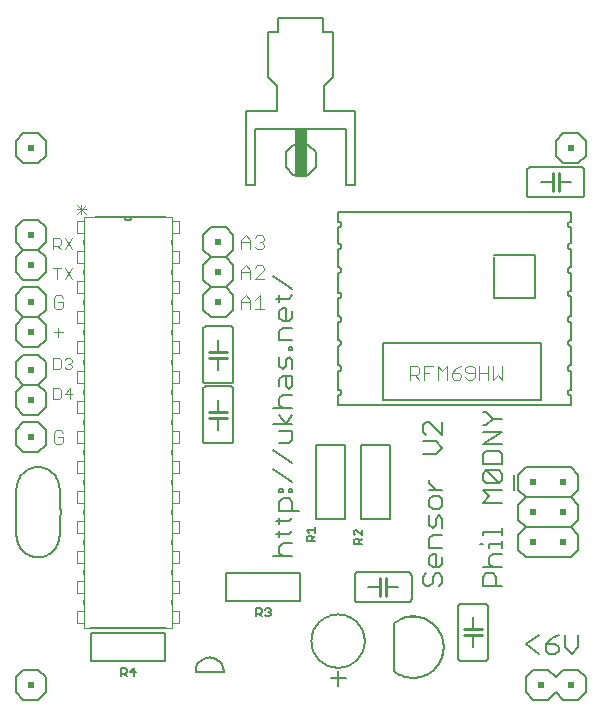
<source format=gto>
G75*
%MOIN*%
%OFA0B0*%
%FSLAX24Y24*%
%IPPOS*%
%LPD*%
%AMOC8*
5,1,8,0,0,1.08239X$1,22.5*
%
%ADD10C,0.0060*%
%ADD11C,0.0030*%
%ADD12C,0.0040*%
%ADD13C,0.0050*%
%ADD14C,0.0080*%
%ADD15R,0.0200X0.0200*%
%ADD16C,0.0000*%
%ADD17C,0.0100*%
%ADD18R,0.0394X0.1604*%
D10*
X003420Y003830D02*
X005940Y003830D01*
X006160Y004610D02*
X006160Y004750D01*
X006160Y005610D02*
X006160Y005750D01*
X006160Y006610D02*
X006160Y006750D01*
X006160Y007610D02*
X006160Y007750D01*
X006160Y008610D02*
X006160Y008750D01*
X006160Y009610D02*
X006160Y009750D01*
X006160Y010610D02*
X006160Y010750D01*
X006160Y011610D02*
X006160Y011750D01*
X006160Y012610D02*
X006160Y012750D01*
X006160Y013610D02*
X006160Y013750D01*
X006160Y014610D02*
X006160Y014750D01*
X006160Y015610D02*
X006160Y015750D01*
X006160Y016610D02*
X006160Y016750D01*
X005940Y017530D02*
X004800Y017530D01*
X004560Y017530D01*
X003590Y017530D01*
X003200Y016750D02*
X003200Y016610D01*
X003200Y015750D02*
X003200Y015610D01*
X003200Y014750D02*
X003200Y014610D01*
X003200Y013750D02*
X003200Y013610D01*
X003200Y012750D02*
X003200Y012610D01*
X003200Y011750D02*
X003200Y011610D01*
X003200Y010750D02*
X003200Y010610D01*
X003200Y009750D02*
X003200Y009610D01*
X003200Y008750D02*
X003200Y008610D01*
X003200Y007750D02*
X003200Y007610D01*
X003200Y006750D02*
X003200Y006610D01*
X003200Y005750D02*
X003200Y005610D01*
X003200Y004750D02*
X003200Y004610D01*
X007280Y009980D02*
X008080Y009980D01*
X008097Y009982D01*
X008114Y009986D01*
X008130Y009993D01*
X008144Y010003D01*
X008157Y010016D01*
X008167Y010030D01*
X008174Y010046D01*
X008178Y010063D01*
X008180Y010080D01*
X008180Y011780D01*
X008178Y011797D01*
X008174Y011814D01*
X008167Y011830D01*
X008157Y011844D01*
X008144Y011857D01*
X008130Y011867D01*
X008114Y011874D01*
X008097Y011878D01*
X008080Y011880D01*
X007280Y011880D01*
X007263Y011878D01*
X007246Y011874D01*
X007230Y011867D01*
X007216Y011857D01*
X007203Y011844D01*
X007193Y011830D01*
X007186Y011814D01*
X007182Y011797D01*
X007180Y011780D01*
X007180Y010080D01*
X007182Y010063D01*
X007186Y010046D01*
X007193Y010030D01*
X007203Y010016D01*
X007216Y010003D01*
X007230Y009993D01*
X007246Y009986D01*
X007263Y009982D01*
X007280Y009980D01*
X007680Y010430D02*
X007680Y010780D01*
X007680Y010830D01*
X007680Y011030D02*
X007680Y011080D01*
X007680Y011430D01*
X007280Y011980D02*
X008080Y011980D01*
X008097Y011982D01*
X008114Y011986D01*
X008130Y011993D01*
X008144Y012003D01*
X008157Y012016D01*
X008167Y012030D01*
X008174Y012046D01*
X008178Y012063D01*
X008180Y012080D01*
X008180Y013780D01*
X008178Y013797D01*
X008174Y013814D01*
X008167Y013830D01*
X008157Y013844D01*
X008144Y013857D01*
X008130Y013867D01*
X008114Y013874D01*
X008097Y013878D01*
X008080Y013880D01*
X007280Y013880D01*
X007263Y013878D01*
X007246Y013874D01*
X007230Y013867D01*
X007216Y013857D01*
X007203Y013844D01*
X007193Y013830D01*
X007186Y013814D01*
X007182Y013797D01*
X007180Y013780D01*
X007180Y012080D01*
X007182Y012063D01*
X007186Y012046D01*
X007193Y012030D01*
X007203Y012016D01*
X007216Y012003D01*
X007230Y011993D01*
X007246Y011986D01*
X007263Y011982D01*
X007280Y011980D01*
X007680Y012430D02*
X007680Y012780D01*
X007680Y012830D01*
X007680Y013030D02*
X007680Y013080D01*
X007680Y013430D01*
X009509Y015553D02*
X010150Y015126D01*
X010150Y014910D02*
X010043Y014803D01*
X009616Y014803D01*
X009723Y014697D02*
X009723Y014910D01*
X009830Y014479D02*
X009723Y014372D01*
X009723Y014159D01*
X009830Y014052D01*
X010043Y014052D01*
X010150Y014159D01*
X010150Y014372D01*
X009936Y014479D02*
X009936Y014052D01*
X009830Y013835D02*
X009723Y013728D01*
X009723Y013407D01*
X010150Y013407D01*
X010150Y013192D02*
X010150Y013085D01*
X010043Y013085D01*
X010043Y013192D01*
X010150Y013192D01*
X010043Y012868D02*
X009936Y012761D01*
X009936Y012547D01*
X009830Y012441D01*
X009723Y012547D01*
X009723Y012868D01*
X010043Y012868D02*
X010150Y012761D01*
X010150Y012441D01*
X010150Y012223D02*
X009830Y012223D01*
X009723Y012116D01*
X009723Y011903D01*
X009936Y011903D02*
X009936Y012223D01*
X010150Y012223D02*
X010150Y011903D01*
X010043Y011796D01*
X009936Y011903D01*
X009830Y011579D02*
X009723Y011472D01*
X009723Y011258D01*
X009830Y011152D01*
X009723Y010935D02*
X009936Y010614D01*
X010150Y010935D01*
X010150Y011152D02*
X009509Y011152D01*
X009830Y011579D02*
X010150Y011579D01*
X010150Y010614D02*
X009509Y010614D01*
X009723Y010397D02*
X010150Y010397D01*
X010150Y010077D01*
X010043Y009970D01*
X009723Y009970D01*
X009509Y009752D02*
X010150Y009325D01*
X010150Y008681D02*
X009509Y009108D01*
X009723Y008465D02*
X009830Y008465D01*
X009830Y008358D01*
X009723Y008358D01*
X009723Y008465D01*
X009830Y008141D02*
X009723Y008034D01*
X009723Y007714D01*
X010364Y007714D01*
X010150Y007714D02*
X010150Y008034D01*
X010043Y008141D01*
X009830Y008141D01*
X010043Y008358D02*
X010150Y008358D01*
X010150Y008465D01*
X010043Y008465D01*
X010043Y008358D01*
X010150Y007498D02*
X010043Y007391D01*
X009616Y007391D01*
X009723Y007284D02*
X009723Y007498D01*
X009723Y007068D02*
X009723Y006855D01*
X009616Y006961D02*
X010043Y006961D01*
X010150Y007068D01*
X010150Y006637D02*
X009830Y006637D01*
X009723Y006530D01*
X009723Y006317D01*
X009830Y006210D01*
X010150Y006210D02*
X009509Y006210D01*
X011680Y004270D02*
X011622Y004268D01*
X011564Y004262D01*
X011507Y004253D01*
X011451Y004240D01*
X011396Y004223D01*
X011341Y004203D01*
X011289Y004179D01*
X011238Y004151D01*
X011188Y004121D01*
X011141Y004087D01*
X011096Y004050D01*
X011054Y004011D01*
X011015Y003969D01*
X010978Y003924D01*
X010944Y003877D01*
X010914Y003828D01*
X010886Y003776D01*
X010862Y003724D01*
X010842Y003669D01*
X010825Y003614D01*
X010812Y003558D01*
X010803Y003501D01*
X010797Y003443D01*
X010795Y003385D01*
X010797Y003327D01*
X010803Y003269D01*
X010812Y003212D01*
X010825Y003156D01*
X010842Y003101D01*
X010862Y003046D01*
X010886Y002994D01*
X010914Y002943D01*
X010944Y002893D01*
X010978Y002846D01*
X011015Y002801D01*
X011054Y002759D01*
X011096Y002720D01*
X011141Y002683D01*
X011188Y002649D01*
X011237Y002619D01*
X011289Y002591D01*
X011341Y002567D01*
X011396Y002547D01*
X011451Y002530D01*
X011507Y002517D01*
X011564Y002508D01*
X011622Y002502D01*
X011680Y002500D01*
X011680Y002400D02*
X011680Y001900D01*
X011680Y002400D01*
X011430Y002150D02*
X011930Y002150D01*
X011430Y002150D01*
X011680Y002500D02*
X011738Y002502D01*
X011796Y002508D01*
X011853Y002517D01*
X011909Y002530D01*
X011964Y002547D01*
X012019Y002567D01*
X012071Y002591D01*
X012123Y002619D01*
X012172Y002649D01*
X012219Y002683D01*
X012264Y002720D01*
X012306Y002759D01*
X012345Y002801D01*
X012382Y002846D01*
X012416Y002893D01*
X012446Y002943D01*
X012474Y002994D01*
X012498Y003046D01*
X012518Y003101D01*
X012535Y003156D01*
X012548Y003212D01*
X012557Y003269D01*
X012563Y003327D01*
X012565Y003385D01*
X012563Y003443D01*
X012557Y003501D01*
X012548Y003558D01*
X012535Y003614D01*
X012518Y003669D01*
X012498Y003724D01*
X012474Y003776D01*
X012446Y003828D01*
X012416Y003877D01*
X012382Y003924D01*
X012345Y003969D01*
X012306Y004011D01*
X012264Y004050D01*
X012219Y004087D01*
X012172Y004121D01*
X012122Y004151D01*
X012071Y004179D01*
X012019Y004203D01*
X011964Y004223D01*
X011909Y004240D01*
X011853Y004253D01*
X011796Y004262D01*
X011738Y004268D01*
X011680Y004270D01*
X012230Y004780D02*
X012230Y005580D01*
X012232Y005597D01*
X012236Y005614D01*
X012243Y005630D01*
X012253Y005644D01*
X012266Y005657D01*
X012280Y005667D01*
X012296Y005674D01*
X012313Y005678D01*
X012330Y005680D01*
X014030Y005680D01*
X014047Y005678D01*
X014064Y005674D01*
X014080Y005667D01*
X014094Y005657D01*
X014107Y005644D01*
X014117Y005630D01*
X014124Y005614D01*
X014128Y005597D01*
X014130Y005580D01*
X014130Y004780D01*
X014128Y004763D01*
X014124Y004746D01*
X014117Y004730D01*
X014107Y004716D01*
X014094Y004703D01*
X014080Y004693D01*
X014064Y004686D01*
X014047Y004682D01*
X014030Y004680D01*
X012330Y004680D01*
X012313Y004682D01*
X012296Y004686D01*
X012280Y004693D01*
X012266Y004703D01*
X012253Y004716D01*
X012243Y004730D01*
X012236Y004746D01*
X012232Y004763D01*
X012230Y004780D01*
X012680Y005180D02*
X013030Y005180D01*
X013080Y005180D01*
X013280Y005180D02*
X013330Y005180D01*
X013680Y005180D01*
X014509Y005317D02*
X014616Y005210D01*
X014723Y005210D01*
X014830Y005317D01*
X014830Y005530D01*
X014936Y005637D01*
X015043Y005637D01*
X015150Y005530D01*
X015150Y005317D01*
X015043Y005210D01*
X014616Y005637D02*
X014509Y005530D01*
X014509Y005317D01*
X014830Y005855D02*
X014723Y005961D01*
X014723Y006175D01*
X014830Y006282D01*
X014936Y006282D01*
X014936Y005855D01*
X014830Y005855D02*
X015043Y005855D01*
X015150Y005961D01*
X015150Y006175D01*
X015150Y006499D02*
X014723Y006499D01*
X014723Y006819D01*
X014830Y006926D01*
X015150Y006926D01*
X015150Y007144D02*
X015150Y007464D01*
X015043Y007571D01*
X014936Y007464D01*
X014936Y007250D01*
X014830Y007144D01*
X014723Y007250D01*
X014723Y007571D01*
X014830Y007788D02*
X014723Y007895D01*
X014723Y008108D01*
X014830Y008215D01*
X015043Y008215D01*
X015150Y008108D01*
X015150Y007895D01*
X015043Y007788D01*
X014830Y007788D01*
X014936Y008433D02*
X014723Y008646D01*
X014723Y008753D01*
X014723Y008433D02*
X015150Y008433D01*
X014936Y009614D02*
X014509Y009614D01*
X014509Y010041D02*
X014936Y010041D01*
X015150Y009828D01*
X014936Y009614D01*
X015150Y010259D02*
X014723Y010686D01*
X014616Y010686D01*
X014509Y010579D01*
X014509Y010366D01*
X014616Y010259D01*
X015150Y010259D02*
X015150Y010686D01*
X016509Y010581D02*
X016616Y010581D01*
X016830Y010795D01*
X017150Y010795D01*
X016830Y010795D02*
X016616Y011008D01*
X016509Y011008D01*
X016509Y010364D02*
X017150Y010364D01*
X016509Y009937D01*
X017150Y009937D01*
X017043Y009719D02*
X017150Y009612D01*
X017150Y009292D01*
X016509Y009292D01*
X016509Y009612D01*
X016616Y009719D01*
X017043Y009719D01*
X017043Y009075D02*
X016616Y009075D01*
X017043Y008648D01*
X017150Y008754D01*
X017150Y008968D01*
X017043Y009075D01*
X016616Y009075D02*
X016509Y008968D01*
X016509Y008754D01*
X016616Y008648D01*
X017043Y008648D01*
X017150Y008430D02*
X016509Y008430D01*
X016723Y008217D01*
X016509Y008003D01*
X017150Y008003D01*
X017150Y007142D02*
X017150Y006929D01*
X017150Y007036D02*
X016509Y007036D01*
X016509Y006929D01*
X016509Y006606D02*
X016403Y006606D01*
X016723Y006606D02*
X016723Y006499D01*
X016723Y006606D02*
X017150Y006606D01*
X017150Y006499D02*
X017150Y006713D01*
X017150Y006282D02*
X016830Y006282D01*
X016723Y006175D01*
X016723Y005961D01*
X016830Y005855D01*
X016830Y005637D02*
X016616Y005637D01*
X016509Y005530D01*
X016509Y005210D01*
X017150Y005210D01*
X016936Y005210D02*
X016936Y005530D01*
X016830Y005637D01*
X017150Y005855D02*
X016509Y005855D01*
X016580Y004630D02*
X015780Y004630D01*
X015763Y004628D01*
X015746Y004624D01*
X015730Y004617D01*
X015716Y004607D01*
X015703Y004594D01*
X015693Y004580D01*
X015686Y004564D01*
X015682Y004547D01*
X015680Y004530D01*
X015680Y002830D01*
X015682Y002813D01*
X015686Y002796D01*
X015693Y002780D01*
X015703Y002766D01*
X015716Y002753D01*
X015730Y002743D01*
X015746Y002736D01*
X015763Y002732D01*
X015780Y002730D01*
X016580Y002730D01*
X016597Y002732D01*
X016614Y002736D01*
X016630Y002743D01*
X016644Y002753D01*
X016657Y002766D01*
X016667Y002780D01*
X016674Y002796D01*
X016678Y002813D01*
X016680Y002830D01*
X016680Y004530D01*
X016678Y004547D01*
X016674Y004564D01*
X016667Y004580D01*
X016657Y004594D01*
X016644Y004607D01*
X016630Y004617D01*
X016614Y004624D01*
X016597Y004628D01*
X016580Y004630D01*
X016180Y004180D02*
X016180Y003830D01*
X016180Y003780D01*
X016180Y003580D02*
X016180Y003530D01*
X016180Y003180D01*
X017960Y003280D02*
X018387Y002960D01*
X018605Y003067D02*
X018605Y003280D01*
X018925Y003280D01*
X019032Y003174D01*
X019032Y003067D01*
X018925Y002960D01*
X018711Y002960D01*
X018605Y003067D01*
X018605Y003280D02*
X018818Y003494D01*
X019032Y003601D01*
X019249Y003601D02*
X019249Y003174D01*
X019463Y002960D01*
X019676Y003174D01*
X019676Y003601D01*
X018387Y003601D02*
X017960Y003280D01*
X013560Y003990D02*
X013612Y004027D01*
X013665Y004060D01*
X013720Y004091D01*
X013778Y004117D01*
X013836Y004141D01*
X013896Y004160D01*
X013957Y004176D01*
X014019Y004188D01*
X014082Y004196D01*
X014145Y004200D01*
X014208Y004201D01*
X014271Y004197D01*
X014334Y004190D01*
X014396Y004178D01*
X014457Y004163D01*
X014517Y004144D01*
X014576Y004122D01*
X014634Y004096D01*
X014689Y004066D01*
X014743Y004033D01*
X014795Y003997D01*
X014844Y003957D01*
X014891Y003915D01*
X014935Y003870D01*
X014976Y003822D01*
X015014Y003772D01*
X015049Y003719D01*
X015081Y003665D01*
X015109Y003608D01*
X015134Y003550D01*
X015155Y003491D01*
X015172Y003430D01*
X015185Y003368D01*
X015195Y003306D01*
X015201Y003243D01*
X015203Y003180D01*
X015201Y003117D01*
X015195Y003054D01*
X015185Y002992D01*
X015172Y002930D01*
X015155Y002869D01*
X015134Y002810D01*
X015109Y002752D01*
X015081Y002695D01*
X015049Y002641D01*
X015014Y002588D01*
X014976Y002538D01*
X014935Y002490D01*
X014891Y002445D01*
X014844Y002403D01*
X014795Y002363D01*
X014743Y002327D01*
X014689Y002294D01*
X014634Y002264D01*
X014576Y002238D01*
X014517Y002216D01*
X014457Y002197D01*
X014396Y002182D01*
X014334Y002170D01*
X014271Y002163D01*
X014208Y002159D01*
X014145Y002160D01*
X014082Y002164D01*
X014019Y002172D01*
X013957Y002184D01*
X013896Y002200D01*
X013836Y002219D01*
X013778Y002243D01*
X013720Y002269D01*
X013665Y002300D01*
X013612Y002333D01*
X013560Y002370D01*
X013560Y003990D01*
X013560Y003250D02*
X013560Y003090D01*
X013740Y004110D02*
X013798Y004136D01*
X013857Y004157D01*
X013918Y004175D01*
X013979Y004189D01*
X014042Y004199D01*
X014104Y004205D01*
X014168Y004208D01*
X014231Y004207D01*
X014294Y004201D01*
X014356Y004192D01*
X014418Y004179D01*
X014479Y004162D01*
X014539Y004142D01*
X014597Y004118D01*
X014654Y004090D01*
X014709Y004059D01*
X014761Y004024D01*
X014812Y003986D01*
X014860Y003946D01*
X014906Y003902D01*
X014949Y003856D01*
X014989Y003807D01*
X015026Y003755D01*
X015059Y003702D01*
X015090Y003647D01*
X015116Y003589D01*
X015140Y003531D01*
X015159Y003471D01*
X015175Y003409D01*
X015187Y003347D01*
X015195Y003285D01*
X015199Y003222D01*
X015200Y003159D01*
X015196Y003096D01*
X015189Y003033D01*
X015178Y002971D01*
X015162Y002909D01*
X015144Y002849D01*
X015121Y002790D01*
X015095Y002732D01*
X015065Y002677D01*
X015033Y002623D01*
X014996Y002571D01*
X014957Y002522D01*
X014915Y002475D01*
X014870Y002431D01*
X014822Y002389D01*
X014772Y002351D01*
X014719Y002316D01*
X014664Y002284D01*
X014608Y002256D01*
X014550Y002231D01*
X014491Y002210D01*
X014430Y002192D01*
X014368Y002178D01*
X014306Y002168D01*
X014243Y002162D01*
X014180Y002160D01*
X014122Y002162D01*
X014065Y002166D01*
X014007Y002174D01*
X013950Y002185D01*
X013894Y002200D01*
X013838Y002217D01*
X013784Y002237D01*
X013730Y002260D01*
X011680Y002500D02*
X011622Y002502D01*
X011564Y002508D01*
X011507Y002517D01*
X011451Y002530D01*
X011396Y002547D01*
X011341Y002567D01*
X011289Y002591D01*
X011237Y002619D01*
X011188Y002649D01*
X011141Y002683D01*
X011096Y002720D01*
X011054Y002759D01*
X011015Y002801D01*
X010978Y002846D01*
X010944Y002893D01*
X010914Y002943D01*
X010886Y002994D01*
X010862Y003046D01*
X010842Y003101D01*
X010825Y003156D01*
X010812Y003212D01*
X010803Y003269D01*
X010797Y003327D01*
X010795Y003385D01*
X010797Y003443D01*
X010803Y003501D01*
X010812Y003558D01*
X010825Y003614D01*
X010842Y003669D01*
X010862Y003724D01*
X010886Y003776D01*
X010914Y003828D01*
X010944Y003877D01*
X010978Y003924D01*
X011015Y003969D01*
X011054Y004011D01*
X011096Y004050D01*
X011141Y004087D01*
X011188Y004121D01*
X011238Y004151D01*
X011289Y004179D01*
X011341Y004203D01*
X011396Y004223D01*
X011451Y004240D01*
X011507Y004253D01*
X011564Y004262D01*
X011622Y004268D01*
X011680Y004270D01*
X011738Y004268D01*
X011796Y004262D01*
X011853Y004253D01*
X011909Y004240D01*
X011964Y004223D01*
X012019Y004203D01*
X012071Y004179D01*
X012122Y004151D01*
X012172Y004121D01*
X012219Y004087D01*
X012264Y004050D01*
X012306Y004011D01*
X012345Y003969D01*
X012382Y003924D01*
X012416Y003877D01*
X012446Y003828D01*
X012474Y003776D01*
X012498Y003724D01*
X012518Y003669D01*
X012535Y003614D01*
X012548Y003558D01*
X012557Y003501D01*
X012563Y003443D01*
X012565Y003385D01*
X012563Y003327D01*
X012557Y003269D01*
X012548Y003212D01*
X012535Y003156D01*
X012518Y003101D01*
X012498Y003046D01*
X012474Y002994D01*
X012446Y002943D01*
X012416Y002893D01*
X012382Y002846D01*
X012345Y002801D01*
X012306Y002759D01*
X012264Y002720D01*
X012219Y002683D01*
X012172Y002649D01*
X012123Y002619D01*
X012071Y002591D01*
X012019Y002567D01*
X011964Y002547D01*
X011909Y002530D01*
X011853Y002517D01*
X011796Y002508D01*
X011738Y002502D01*
X011680Y002500D01*
X010150Y013835D02*
X009830Y013835D01*
X009830Y014479D02*
X009936Y014479D01*
X004800Y017530D02*
X004798Y017509D01*
X004793Y017489D01*
X004784Y017470D01*
X004772Y017453D01*
X004757Y017438D01*
X004740Y017426D01*
X004721Y017417D01*
X004701Y017412D01*
X004680Y017410D01*
X004659Y017412D01*
X004639Y017417D01*
X004620Y017426D01*
X004603Y017438D01*
X004588Y017453D01*
X004576Y017470D01*
X004567Y017489D01*
X004562Y017509D01*
X004560Y017530D01*
X017980Y018280D02*
X017980Y019080D01*
X017982Y019097D01*
X017986Y019114D01*
X017993Y019130D01*
X018003Y019144D01*
X018016Y019157D01*
X018030Y019167D01*
X018046Y019174D01*
X018063Y019178D01*
X018080Y019180D01*
X019780Y019180D01*
X019797Y019178D01*
X019814Y019174D01*
X019830Y019167D01*
X019844Y019157D01*
X019857Y019144D01*
X019867Y019130D01*
X019874Y019114D01*
X019878Y019097D01*
X019880Y019080D01*
X019880Y018280D01*
X019878Y018263D01*
X019874Y018246D01*
X019867Y018230D01*
X019857Y018216D01*
X019844Y018203D01*
X019830Y018193D01*
X019814Y018186D01*
X019797Y018182D01*
X019780Y018180D01*
X018080Y018180D01*
X018063Y018182D01*
X018046Y018186D01*
X018030Y018193D01*
X018016Y018203D01*
X018003Y018216D01*
X017993Y018230D01*
X017986Y018246D01*
X017982Y018263D01*
X017980Y018280D01*
X018430Y018680D02*
X018780Y018680D01*
X018830Y018680D01*
X019030Y018680D02*
X019080Y018680D01*
X019430Y018680D01*
D11*
X003279Y017927D02*
X002965Y017613D01*
X003279Y017927D01*
X003279Y017770D02*
X002965Y017770D01*
X003279Y017770D01*
X003279Y017613D02*
X002965Y017927D01*
X003279Y017613D01*
X003122Y017613D02*
X003122Y017927D01*
X003122Y017613D01*
X002810Y016815D02*
X002563Y016445D01*
X002442Y016445D02*
X002318Y016568D01*
X002380Y016568D02*
X002195Y016568D01*
X002195Y016445D02*
X002195Y016815D01*
X002380Y016815D01*
X002442Y016754D01*
X002442Y016630D01*
X002380Y016568D01*
X002563Y016815D02*
X002810Y016445D01*
X002810Y015815D02*
X002563Y015445D01*
X002318Y015445D02*
X002318Y015815D01*
X002195Y015815D02*
X002442Y015815D01*
X002563Y015815D02*
X002810Y015445D01*
X002748Y012815D02*
X002810Y012754D01*
X002810Y012692D01*
X002748Y012630D01*
X002810Y012568D01*
X002810Y012507D01*
X002748Y012445D01*
X002625Y012445D01*
X002563Y012507D01*
X002442Y012507D02*
X002442Y012754D01*
X002380Y012815D01*
X002195Y012815D01*
X002195Y012445D01*
X002380Y012445D01*
X002442Y012507D01*
X002687Y012630D02*
X002748Y012630D01*
X002748Y012815D02*
X002625Y012815D01*
X002563Y012754D01*
X002380Y011815D02*
X002195Y011815D01*
X002195Y011445D01*
X002380Y011445D01*
X002442Y011507D01*
X002442Y011754D01*
X002380Y011815D01*
X002563Y011630D02*
X002810Y011630D01*
X002748Y011445D02*
X002748Y011815D01*
X002563Y011630D01*
D12*
X002430Y010410D02*
X002277Y010410D01*
X002200Y010334D01*
X002200Y010027D01*
X002277Y009950D01*
X002430Y009950D01*
X002507Y010027D01*
X002507Y010180D01*
X002353Y010180D01*
X002507Y010334D02*
X002430Y010410D01*
X002353Y013527D02*
X002353Y013834D01*
X002200Y013680D02*
X002507Y013680D01*
X002430Y014450D02*
X002277Y014450D01*
X002200Y014527D01*
X002200Y014834D01*
X002277Y014910D01*
X002430Y014910D01*
X002507Y014834D01*
X002507Y014680D02*
X002353Y014680D01*
X002507Y014680D02*
X002507Y014527D01*
X002430Y014450D01*
X008450Y014450D02*
X008450Y014757D01*
X008603Y014910D01*
X008757Y014757D01*
X008757Y014450D01*
X008910Y014450D02*
X009217Y014450D01*
X009064Y014450D02*
X009064Y014910D01*
X008910Y014757D01*
X008757Y014680D02*
X008450Y014680D01*
X008450Y015450D02*
X008450Y015757D01*
X008603Y015910D01*
X008757Y015757D01*
X008757Y015450D01*
X008910Y015450D02*
X009217Y015757D01*
X009217Y015834D01*
X009141Y015910D01*
X008987Y015910D01*
X008910Y015834D01*
X008757Y015680D02*
X008450Y015680D01*
X008910Y015450D02*
X009217Y015450D01*
X009141Y016450D02*
X008987Y016450D01*
X008910Y016527D01*
X008757Y016450D02*
X008757Y016757D01*
X008603Y016910D01*
X008450Y016757D01*
X008450Y016450D01*
X008450Y016680D02*
X008757Y016680D01*
X008910Y016834D02*
X008987Y016910D01*
X009141Y016910D01*
X009217Y016834D01*
X009217Y016757D01*
X009141Y016680D01*
X009217Y016603D01*
X009217Y016527D01*
X009141Y016450D01*
X009141Y016680D02*
X009064Y016680D01*
X014086Y012555D02*
X014086Y012094D01*
X014086Y012248D02*
X014316Y012248D01*
X014392Y012324D01*
X014392Y012478D01*
X014316Y012555D01*
X014086Y012555D01*
X014239Y012248D02*
X014392Y012094D01*
X014546Y012094D02*
X014546Y012555D01*
X014853Y012555D01*
X015006Y012555D02*
X015160Y012401D01*
X015313Y012555D01*
X015313Y012094D01*
X015467Y012171D02*
X015543Y012094D01*
X015697Y012094D01*
X015774Y012171D01*
X015774Y012248D01*
X015697Y012324D01*
X015467Y012324D01*
X015467Y012171D01*
X015467Y012324D02*
X015620Y012478D01*
X015774Y012555D01*
X015927Y012478D02*
X015927Y012401D01*
X016004Y012324D01*
X016234Y012324D01*
X016234Y012171D02*
X016234Y012478D01*
X016157Y012555D01*
X016004Y012555D01*
X015927Y012478D01*
X015927Y012171D02*
X016004Y012094D01*
X016157Y012094D01*
X016234Y012171D01*
X016387Y012094D02*
X016387Y012555D01*
X016387Y012324D02*
X016694Y012324D01*
X016694Y012094D02*
X016694Y012555D01*
X016848Y012555D02*
X016848Y012094D01*
X017001Y012248D01*
X017155Y012094D01*
X017155Y012555D01*
X015006Y012555D02*
X015006Y012094D01*
X014699Y012324D02*
X014546Y012324D01*
D13*
X013180Y011430D02*
X018430Y011430D01*
X018430Y013305D01*
X013180Y013305D01*
X013180Y011430D01*
X011693Y011570D02*
X011693Y011256D01*
X019430Y011256D01*
X019430Y011570D01*
X019412Y011572D01*
X019395Y011577D01*
X019378Y011585D01*
X019364Y011596D01*
X019352Y011609D01*
X019342Y011624D01*
X019336Y011641D01*
X019332Y011659D01*
X019332Y011677D01*
X019336Y011695D01*
X019342Y011712D01*
X019352Y011727D01*
X019364Y011740D01*
X019378Y011751D01*
X019395Y011759D01*
X019412Y011764D01*
X019430Y011766D01*
X019430Y011767D02*
X019430Y012382D01*
X019430Y012383D02*
X019412Y012385D01*
X019395Y012390D01*
X019378Y012398D01*
X019364Y012409D01*
X019352Y012422D01*
X019342Y012437D01*
X019336Y012454D01*
X019332Y012472D01*
X019332Y012490D01*
X019336Y012508D01*
X019342Y012525D01*
X019352Y012540D01*
X019364Y012553D01*
X019378Y012564D01*
X019395Y012572D01*
X019412Y012577D01*
X019430Y012579D01*
X019430Y013232D01*
X019430Y013233D02*
X019412Y013235D01*
X019395Y013240D01*
X019378Y013248D01*
X019364Y013259D01*
X019352Y013272D01*
X019342Y013287D01*
X019336Y013304D01*
X019332Y013322D01*
X019332Y013340D01*
X019336Y013358D01*
X019342Y013375D01*
X019352Y013390D01*
X019364Y013403D01*
X019378Y013414D01*
X019395Y013422D01*
X019412Y013427D01*
X019430Y013429D01*
X019430Y014020D01*
X019412Y014022D01*
X019395Y014027D01*
X019378Y014035D01*
X019364Y014046D01*
X019352Y014059D01*
X019342Y014074D01*
X019336Y014091D01*
X019332Y014109D01*
X019332Y014127D01*
X019336Y014145D01*
X019342Y014162D01*
X019352Y014177D01*
X019364Y014190D01*
X019378Y014201D01*
X019395Y014209D01*
X019412Y014214D01*
X019430Y014216D01*
X019430Y014869D01*
X019430Y014870D02*
X019412Y014872D01*
X019395Y014877D01*
X019378Y014885D01*
X019364Y014896D01*
X019352Y014909D01*
X019342Y014924D01*
X019336Y014941D01*
X019332Y014959D01*
X019332Y014977D01*
X019336Y014995D01*
X019342Y015012D01*
X019352Y015027D01*
X019364Y015040D01*
X019378Y015051D01*
X019395Y015059D01*
X019412Y015064D01*
X019430Y015066D01*
X019430Y015657D01*
X019412Y015659D01*
X019395Y015664D01*
X019378Y015672D01*
X019364Y015683D01*
X019352Y015696D01*
X019342Y015711D01*
X019336Y015728D01*
X019332Y015746D01*
X019332Y015764D01*
X019336Y015782D01*
X019342Y015799D01*
X019352Y015814D01*
X019364Y015827D01*
X019378Y015838D01*
X019395Y015846D01*
X019412Y015851D01*
X019430Y015853D01*
X019430Y015854D02*
X019430Y016444D01*
X019430Y016445D02*
X019412Y016447D01*
X019395Y016452D01*
X019378Y016460D01*
X019364Y016471D01*
X019352Y016484D01*
X019342Y016499D01*
X019336Y016516D01*
X019332Y016534D01*
X019332Y016552D01*
X019336Y016570D01*
X019342Y016587D01*
X019352Y016602D01*
X019364Y016615D01*
X019378Y016626D01*
X019395Y016634D01*
X019412Y016639D01*
X019430Y016641D01*
X019430Y017169D01*
X019430Y017170D02*
X019412Y017172D01*
X019395Y017177D01*
X019378Y017185D01*
X019364Y017196D01*
X019352Y017209D01*
X019342Y017224D01*
X019336Y017241D01*
X019332Y017259D01*
X019332Y017277D01*
X019336Y017295D01*
X019342Y017312D01*
X019352Y017327D01*
X019364Y017340D01*
X019378Y017351D01*
X019395Y017359D01*
X019412Y017364D01*
X019430Y017366D01*
X019430Y017680D01*
X011693Y017680D01*
X011693Y017366D01*
X011711Y017364D01*
X011728Y017359D01*
X011745Y017351D01*
X011759Y017340D01*
X011771Y017327D01*
X011781Y017312D01*
X011787Y017295D01*
X011791Y017277D01*
X011791Y017259D01*
X011787Y017241D01*
X011781Y017224D01*
X011771Y017209D01*
X011759Y017196D01*
X011745Y017185D01*
X011728Y017177D01*
X011711Y017172D01*
X011693Y017170D01*
X011693Y017169D02*
X011693Y016641D01*
X011711Y016639D01*
X011728Y016634D01*
X011745Y016626D01*
X011759Y016615D01*
X011771Y016602D01*
X011781Y016587D01*
X011787Y016570D01*
X011791Y016552D01*
X011791Y016534D01*
X011787Y016516D01*
X011781Y016499D01*
X011771Y016484D01*
X011759Y016471D01*
X011745Y016460D01*
X011728Y016452D01*
X011711Y016447D01*
X011693Y016445D01*
X011693Y016444D02*
X011693Y015854D01*
X011693Y015853D02*
X011711Y015851D01*
X011728Y015846D01*
X011745Y015838D01*
X011759Y015827D01*
X011771Y015814D01*
X011781Y015799D01*
X011787Y015782D01*
X011791Y015764D01*
X011791Y015746D01*
X011787Y015728D01*
X011781Y015711D01*
X011771Y015696D01*
X011759Y015683D01*
X011745Y015672D01*
X011728Y015664D01*
X011711Y015659D01*
X011693Y015657D01*
X011693Y015004D01*
X011693Y015003D02*
X011711Y015001D01*
X011728Y014996D01*
X011745Y014988D01*
X011759Y014977D01*
X011771Y014964D01*
X011781Y014949D01*
X011787Y014932D01*
X011791Y014914D01*
X011791Y014896D01*
X011787Y014878D01*
X011781Y014861D01*
X011771Y014846D01*
X011759Y014833D01*
X011745Y014822D01*
X011728Y014814D01*
X011711Y014809D01*
X011693Y014807D01*
X011693Y014216D01*
X011711Y014214D01*
X011728Y014209D01*
X011745Y014201D01*
X011759Y014190D01*
X011771Y014177D01*
X011781Y014162D01*
X011787Y014145D01*
X011791Y014127D01*
X011791Y014109D01*
X011787Y014091D01*
X011781Y014074D01*
X011771Y014059D01*
X011759Y014046D01*
X011745Y014035D01*
X011728Y014027D01*
X011711Y014022D01*
X011693Y014020D01*
X011693Y013429D01*
X011711Y013427D01*
X011728Y013422D01*
X011745Y013414D01*
X011759Y013403D01*
X011771Y013390D01*
X011781Y013375D01*
X011787Y013358D01*
X011791Y013340D01*
X011791Y013322D01*
X011787Y013304D01*
X011781Y013287D01*
X011771Y013272D01*
X011759Y013259D01*
X011745Y013248D01*
X011728Y013240D01*
X011711Y013235D01*
X011693Y013233D01*
X011693Y013232D02*
X011693Y012579D01*
X011711Y012577D01*
X011728Y012572D01*
X011745Y012564D01*
X011759Y012553D01*
X011771Y012540D01*
X011781Y012525D01*
X011787Y012508D01*
X011791Y012490D01*
X011791Y012472D01*
X011787Y012454D01*
X011781Y012437D01*
X011771Y012422D01*
X011759Y012409D01*
X011745Y012398D01*
X011728Y012390D01*
X011711Y012385D01*
X011693Y012383D01*
X011693Y012382D02*
X011693Y011767D01*
X011693Y011766D02*
X011711Y011764D01*
X011728Y011759D01*
X011745Y011751D01*
X011759Y011740D01*
X011771Y011727D01*
X011781Y011712D01*
X011787Y011695D01*
X011791Y011677D01*
X011791Y011659D01*
X011787Y011641D01*
X011781Y011624D01*
X011771Y011609D01*
X011759Y011596D01*
X011745Y011585D01*
X011728Y011577D01*
X011711Y011572D01*
X011693Y011570D01*
X010905Y007180D02*
X010905Y007000D01*
X010905Y007090D02*
X010635Y007090D01*
X010725Y007000D01*
X010770Y006885D02*
X010815Y006840D01*
X010815Y006705D01*
X010905Y006705D02*
X010635Y006705D01*
X010635Y006840D01*
X010680Y006885D01*
X010770Y006885D01*
X010815Y006795D02*
X010905Y006885D01*
X012205Y006955D02*
X012250Y006910D01*
X012205Y006955D02*
X012205Y007045D01*
X012250Y007091D01*
X012295Y007091D01*
X012475Y006910D01*
X012475Y007091D01*
X012475Y006796D02*
X012385Y006706D01*
X012385Y006751D02*
X012385Y006616D01*
X012475Y006616D02*
X012205Y006616D01*
X012205Y006751D01*
X012250Y006796D01*
X012340Y006796D01*
X012385Y006751D01*
X009430Y004430D02*
X009430Y004385D01*
X009385Y004340D01*
X009430Y004295D01*
X009430Y004250D01*
X009385Y004205D01*
X009295Y004205D01*
X009250Y004250D01*
X009135Y004205D02*
X009045Y004295D01*
X009090Y004295D02*
X008955Y004295D01*
X008955Y004205D02*
X008955Y004475D01*
X009090Y004475D01*
X009135Y004430D01*
X009135Y004340D01*
X009090Y004295D01*
X009250Y004430D02*
X009295Y004475D01*
X009385Y004475D01*
X009430Y004430D01*
X009385Y004340D02*
X009340Y004340D01*
X007868Y002368D02*
X006930Y002368D01*
X006932Y002410D01*
X006938Y002452D01*
X006947Y002493D01*
X006960Y002533D01*
X006976Y002571D01*
X006996Y002609D01*
X007020Y002644D01*
X007046Y002677D01*
X007075Y002707D01*
X007107Y002735D01*
X007141Y002759D01*
X007177Y002781D01*
X007215Y002799D01*
X007254Y002814D01*
X007295Y002825D01*
X007336Y002833D01*
X007378Y002837D01*
X007420Y002837D01*
X007462Y002833D01*
X007503Y002825D01*
X007544Y002814D01*
X007583Y002799D01*
X007621Y002781D01*
X007657Y002759D01*
X007691Y002735D01*
X007723Y002707D01*
X007752Y002677D01*
X007778Y002644D01*
X007802Y002609D01*
X007822Y002571D01*
X007838Y002533D01*
X007851Y002493D01*
X007860Y002452D01*
X007866Y002410D01*
X007868Y002368D01*
X004930Y002340D02*
X004750Y002340D01*
X004885Y002475D01*
X004885Y002205D01*
X004635Y002205D02*
X004545Y002295D01*
X004590Y002295D02*
X004455Y002295D01*
X004455Y002205D02*
X004455Y002475D01*
X004590Y002475D01*
X004635Y002430D01*
X004635Y002340D01*
X004590Y002295D01*
X016868Y014805D02*
X016868Y016180D01*
X016868Y016243D02*
X018243Y016243D01*
X018243Y014805D01*
X016868Y014805D01*
D14*
X001680Y001430D02*
X001180Y001430D01*
X000930Y001680D01*
X000930Y002180D01*
X001180Y002430D01*
X001680Y002430D01*
X001930Y002180D01*
X001930Y001680D01*
X001680Y001430D01*
X003440Y002708D02*
X005920Y002708D01*
X005920Y003652D01*
X003440Y003652D01*
X003440Y002708D01*
X002380Y006780D02*
X002370Y006728D01*
X002356Y006677D01*
X002338Y006627D01*
X002317Y006579D01*
X002292Y006532D01*
X002264Y006488D01*
X002232Y006445D01*
X002198Y006405D01*
X002160Y006368D01*
X002120Y006334D01*
X002078Y006302D01*
X002033Y006274D01*
X001986Y006250D01*
X001938Y006229D01*
X001888Y006211D01*
X001837Y006198D01*
X001785Y006188D01*
X001733Y006182D01*
X001680Y006180D01*
X001627Y006182D01*
X001575Y006188D01*
X001523Y006198D01*
X001472Y006211D01*
X001422Y006229D01*
X001374Y006250D01*
X001327Y006274D01*
X001282Y006302D01*
X001240Y006334D01*
X001200Y006368D01*
X001162Y006405D01*
X001128Y006445D01*
X001096Y006488D01*
X001068Y006532D01*
X001043Y006579D01*
X001022Y006627D01*
X001004Y006677D01*
X000990Y006728D01*
X000980Y006780D01*
X002380Y006780D02*
X002398Y006959D01*
X002412Y007139D01*
X002422Y007319D01*
X002428Y007500D01*
X002430Y007680D01*
X002428Y007860D01*
X002422Y008041D01*
X002412Y008221D01*
X002398Y008401D01*
X002380Y008580D01*
X002370Y008632D01*
X002356Y008683D01*
X002338Y008733D01*
X002317Y008781D01*
X002292Y008828D01*
X002264Y008872D01*
X002232Y008915D01*
X002198Y008955D01*
X002160Y008992D01*
X002120Y009026D01*
X002078Y009058D01*
X002033Y009086D01*
X001986Y009110D01*
X001938Y009131D01*
X001888Y009149D01*
X001837Y009162D01*
X001785Y009172D01*
X001733Y009178D01*
X001680Y009180D01*
X001627Y009178D01*
X001575Y009172D01*
X001523Y009162D01*
X001472Y009149D01*
X001422Y009131D01*
X001374Y009110D01*
X001327Y009086D01*
X001282Y009058D01*
X001240Y009026D01*
X001200Y008992D01*
X001162Y008955D01*
X001128Y008915D01*
X001096Y008872D01*
X001068Y008828D01*
X001043Y008781D01*
X001022Y008733D01*
X001004Y008683D01*
X000990Y008632D01*
X000980Y008580D01*
X001180Y009680D02*
X001680Y009680D01*
X001930Y009930D01*
X001930Y010430D01*
X001680Y010680D01*
X001180Y010680D01*
X000930Y010430D01*
X000930Y009930D01*
X001180Y009680D01*
X001180Y010930D02*
X001680Y010930D01*
X001930Y011180D01*
X001930Y011680D01*
X001680Y011930D01*
X001180Y011930D01*
X000930Y011680D01*
X000930Y011180D01*
X001180Y010930D01*
X001180Y011930D02*
X001680Y011930D01*
X001930Y012180D01*
X001930Y012680D01*
X001680Y012930D01*
X001180Y012930D01*
X000930Y012680D01*
X000930Y012180D01*
X001180Y011930D01*
X001180Y013180D02*
X001680Y013180D01*
X001930Y013430D01*
X001930Y013930D01*
X001680Y014180D01*
X001180Y014180D01*
X000930Y013930D01*
X000930Y013430D01*
X001180Y013180D01*
X001180Y014180D02*
X001680Y014180D01*
X001930Y014430D01*
X001930Y014930D01*
X001680Y015180D01*
X001180Y015180D01*
X000930Y014930D01*
X000930Y014430D01*
X001180Y014180D01*
X001180Y015430D02*
X001680Y015430D01*
X001930Y015680D01*
X001930Y016180D01*
X001680Y016430D01*
X001930Y016680D01*
X001930Y017180D01*
X001680Y017430D01*
X001180Y017430D01*
X000930Y017180D01*
X000930Y016680D01*
X001180Y016430D01*
X001680Y016430D01*
X001180Y016430D01*
X000930Y016180D01*
X000930Y015680D01*
X001180Y015430D01*
X001180Y019305D02*
X001680Y019305D01*
X001930Y019555D01*
X001930Y020055D01*
X001680Y020305D01*
X001180Y020305D01*
X000930Y020055D01*
X000930Y019555D01*
X001180Y019305D01*
X007180Y016930D02*
X007180Y016430D01*
X007430Y016180D01*
X007930Y016180D01*
X008180Y016430D01*
X008180Y016930D01*
X007930Y017180D01*
X007430Y017180D01*
X007180Y016930D01*
X007430Y016180D02*
X007180Y015930D01*
X007180Y015430D01*
X007430Y015180D01*
X007930Y015180D01*
X008180Y015430D01*
X008180Y015930D01*
X007930Y016180D01*
X007430Y016180D01*
X007430Y015180D02*
X007180Y014930D01*
X007180Y014430D01*
X007430Y014180D01*
X007930Y014180D01*
X008180Y014430D01*
X008180Y014930D01*
X007930Y015180D01*
X007430Y015180D01*
X008599Y018599D02*
X008914Y018599D01*
X008914Y020469D01*
X011946Y020469D01*
X011946Y018599D01*
X012261Y018599D01*
X012261Y021040D01*
X012261Y020469D01*
X012261Y021040D02*
X011217Y021040D01*
X011217Y021887D01*
X011513Y022182D01*
X011513Y023678D01*
X011178Y023678D01*
X011178Y024141D01*
X009682Y024141D01*
X009682Y023678D01*
X009347Y023678D01*
X009347Y022182D01*
X009643Y021887D01*
X009643Y021040D01*
X008599Y021040D01*
X008599Y018599D01*
X009930Y019180D02*
X010180Y018930D01*
X010680Y018930D01*
X010930Y019180D01*
X010930Y019680D01*
X010680Y019930D01*
X010180Y019930D01*
X009930Y019680D01*
X009930Y019180D01*
X008599Y020469D02*
X008599Y021040D01*
X010958Y009920D02*
X011902Y009920D01*
X011902Y007440D01*
X010958Y007440D01*
X010958Y009920D01*
X012458Y009920D02*
X012458Y007440D01*
X013402Y007440D01*
X013402Y009920D01*
X012458Y009920D01*
X000980Y008580D02*
X000962Y008401D01*
X000948Y008221D01*
X000938Y008041D01*
X000932Y007860D01*
X000930Y007680D01*
X000932Y007500D01*
X000938Y007319D01*
X000948Y007139D01*
X000962Y006959D01*
X000980Y006780D01*
X007940Y005652D02*
X007940Y004708D01*
X010420Y004708D01*
X010420Y005652D01*
X007940Y005652D01*
X017680Y006430D02*
X017680Y006930D01*
X017930Y007180D01*
X019430Y007180D01*
X019680Y006930D01*
X019680Y006430D01*
X019430Y006180D01*
X017930Y006180D01*
X017680Y006430D01*
X017930Y007180D02*
X017680Y007430D01*
X017680Y007930D01*
X017930Y008180D01*
X019430Y008180D01*
X019680Y007930D01*
X019680Y007430D01*
X019430Y007180D01*
X019430Y008180D02*
X019680Y008430D01*
X019680Y008930D01*
X019430Y009180D01*
X017930Y009180D01*
X017680Y008930D01*
X017680Y008430D01*
X017930Y008180D01*
X017548Y008430D02*
X017548Y008930D01*
X018180Y002430D02*
X018680Y002430D01*
X018930Y002180D01*
X019180Y002430D01*
X019680Y002430D01*
X019930Y002180D01*
X019930Y001680D01*
X019680Y001430D01*
X019180Y001430D01*
X018930Y001680D01*
X018680Y001430D01*
X018180Y001430D01*
X017930Y001680D01*
X017930Y002180D01*
X018180Y002430D01*
X019180Y019305D02*
X019680Y019305D01*
X019930Y019555D01*
X019930Y020055D01*
X019680Y020305D01*
X019180Y020305D01*
X018930Y020055D01*
X018930Y019555D01*
X019180Y019305D01*
D15*
X019430Y019805D03*
X010430Y019430D03*
X007680Y016680D03*
X007680Y015680D03*
X007680Y014680D03*
X001430Y014680D03*
X001430Y013680D03*
X001430Y012430D03*
X001430Y011430D03*
X001430Y010180D03*
X001430Y015930D03*
X001430Y016930D03*
X001430Y019805D03*
X001430Y001930D03*
X018180Y006680D03*
X018180Y007680D03*
X018180Y008680D03*
X019180Y008680D03*
X019180Y007680D03*
X019180Y006680D03*
X019430Y001930D03*
X018430Y001930D03*
D16*
X006380Y003980D02*
X006370Y004380D01*
X006150Y004380D01*
X006160Y003980D01*
X006380Y003980D01*
X006160Y003830D02*
X006160Y017530D01*
X004800Y017530D01*
X004560Y017530D01*
X003200Y017530D01*
X003200Y003830D01*
X006160Y003830D01*
X006160Y004980D02*
X006380Y004980D01*
X006370Y005380D01*
X006150Y005380D01*
X006160Y004980D01*
X006150Y005980D02*
X006370Y005980D01*
X006370Y006380D01*
X006150Y006380D01*
X006150Y005980D01*
X006150Y006980D02*
X006370Y006980D01*
X006370Y007380D01*
X006150Y007380D01*
X006150Y006980D01*
X006150Y007980D02*
X006370Y007980D01*
X006370Y008380D01*
X006150Y008380D01*
X006150Y007980D01*
X006150Y008980D02*
X006370Y008980D01*
X006370Y009380D01*
X006150Y009380D01*
X006150Y008980D01*
X006150Y009980D02*
X006370Y009980D01*
X006370Y010380D01*
X006150Y010380D01*
X006150Y009980D01*
X006150Y010980D02*
X006370Y010980D01*
X006370Y011380D01*
X006150Y011380D01*
X006150Y010980D01*
X006150Y011980D02*
X006370Y011980D01*
X006370Y012380D01*
X006150Y012380D01*
X006150Y011980D01*
X006150Y012980D02*
X006370Y012980D01*
X006370Y013380D01*
X006150Y013380D01*
X006150Y012980D01*
X006150Y013980D02*
X006370Y013980D01*
X006370Y014380D01*
X006150Y014380D01*
X006150Y013980D01*
X006150Y014980D02*
X006370Y014980D01*
X006370Y015380D01*
X006150Y015380D01*
X006150Y014980D01*
X006150Y015980D02*
X006370Y015980D01*
X006370Y016380D01*
X006150Y016380D01*
X006150Y015980D01*
X006150Y016980D02*
X006370Y016980D01*
X006370Y017380D01*
X006150Y017380D01*
X006150Y016980D01*
X004800Y017530D02*
X004798Y017509D01*
X004793Y017489D01*
X004784Y017470D01*
X004772Y017453D01*
X004757Y017438D01*
X004740Y017426D01*
X004721Y017417D01*
X004701Y017412D01*
X004680Y017410D01*
X004659Y017412D01*
X004639Y017417D01*
X004620Y017426D01*
X004603Y017438D01*
X004588Y017453D01*
X004576Y017470D01*
X004567Y017489D01*
X004562Y017509D01*
X004560Y017530D01*
X003200Y017380D02*
X003200Y016980D01*
X002980Y016980D01*
X002980Y017380D01*
X003200Y017380D01*
X003200Y016380D02*
X002980Y016380D01*
X002980Y015980D01*
X003200Y015980D01*
X003200Y016380D01*
X003200Y015380D02*
X002980Y015380D01*
X002980Y014980D01*
X003200Y014980D01*
X003200Y015380D01*
X003200Y014380D02*
X002980Y014380D01*
X002980Y013980D01*
X003200Y013980D01*
X003200Y014380D01*
X003200Y013380D02*
X002980Y013380D01*
X002980Y012980D01*
X003200Y012980D01*
X003200Y013380D01*
X003200Y012380D02*
X002980Y012380D01*
X002980Y011980D01*
X003200Y011980D01*
X003200Y012380D01*
X003200Y011380D02*
X002980Y011380D01*
X002980Y010980D01*
X003200Y010980D01*
X003200Y011380D01*
X003200Y010380D02*
X002980Y010380D01*
X002980Y009980D01*
X003200Y009980D01*
X003200Y010380D01*
X003200Y009380D02*
X002980Y009380D01*
X002990Y008980D01*
X003210Y008980D01*
X003200Y009380D01*
X003210Y008380D02*
X002990Y008380D01*
X002990Y007980D01*
X003210Y007980D01*
X003210Y008380D01*
X003210Y007380D02*
X002990Y007380D01*
X002990Y006980D01*
X003210Y006980D01*
X003210Y007380D01*
X003210Y006380D02*
X002990Y006380D01*
X002990Y005980D01*
X003210Y005980D01*
X003210Y006380D01*
X003210Y005380D02*
X002990Y005380D01*
X002990Y004980D01*
X003210Y004980D01*
X003210Y005380D01*
X003210Y004380D02*
X002990Y004370D01*
X002990Y003980D01*
X003210Y003980D01*
X003210Y004380D01*
D17*
X007380Y010830D02*
X007680Y010830D01*
X007980Y010830D01*
X007980Y011030D02*
X007680Y011030D01*
X007380Y011030D01*
X007380Y012830D02*
X007680Y012830D01*
X007980Y012830D01*
X007980Y013030D02*
X007680Y013030D01*
X007380Y013030D01*
X013080Y005480D02*
X013080Y005180D01*
X013080Y004880D01*
X013280Y004880D02*
X013280Y005180D01*
X013280Y005480D01*
X015880Y003780D02*
X016180Y003780D01*
X016480Y003780D01*
X016480Y003580D02*
X016180Y003580D01*
X015880Y003580D01*
X018830Y018380D02*
X018830Y018680D01*
X018830Y018980D01*
X019030Y018980D02*
X019030Y018680D01*
X019030Y018380D01*
D18*
X010430Y019638D03*
M02*

</source>
